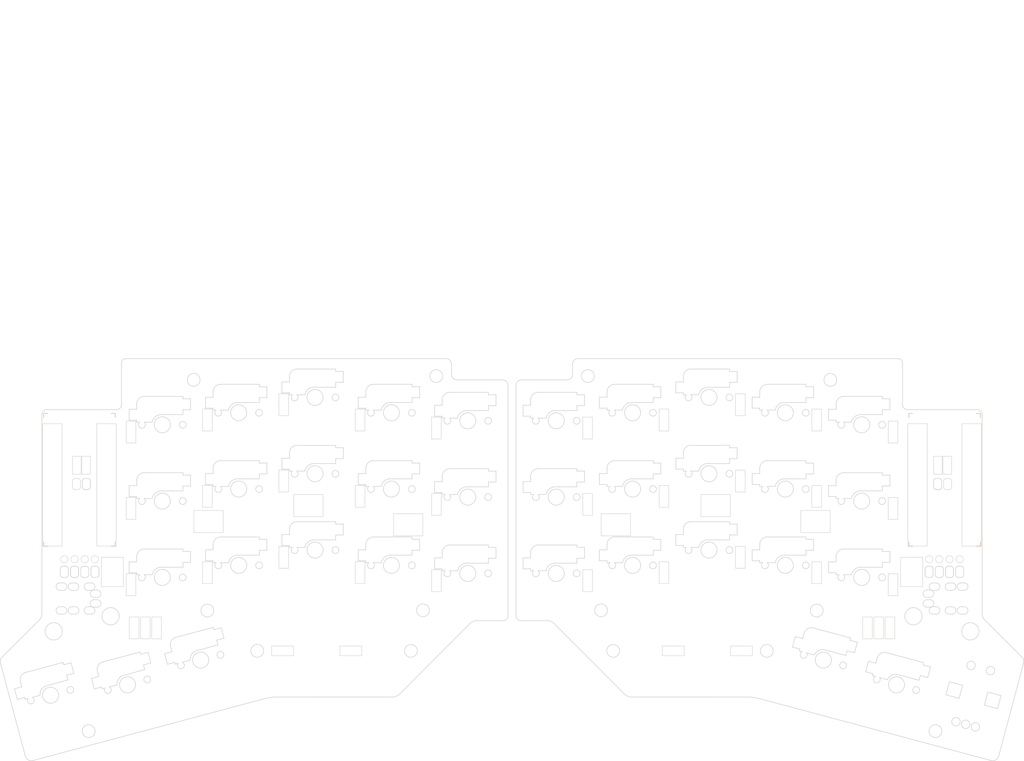
<source format=kicad_pcb>
(kicad_pcb (version 20211014) (generator pcbnew)
  (layers (0 "F.Cu" signal) (31 "B.Cu" signal) (34 "B.Paste" user) (35 "F.Paste" user) (36 "B.SilkS" user "B.Silkscreen") (37 "F.SilkS" user "F.Silkscreen") (38 "B.Mask" user) (39 "F.Mask" user) (44 "Edge.Cuts" user))
  (net 0 "")
  (footprint "jw_custom_footprint:CherryMX_Hotswap_cutout_bottom" (layer "F.Cu") (at 174.709433 100.662896))
  (footprint "jw_custom_footprint:CherryMX_Hotswap_cutout_bottom" (layer "F.Cu") (at 133.694033 102.663096))
  (footprint "jw_custom_footprint:Diode_SOD123_THT_2_cutout" (layer "F.Cu") (at 220.506033 102.555496 90))
  (footprint "jw_custom_footprint:CherryMX_Hotswap_cutout_bottom" (layer "F.Cu") (at 174.709433 81.663296))
  (footprint "jw_custom_footprint:RotaryEncoder_Alps_EC11E-Switch_Vertical_H20mm_cutout_bottom" (layer "F.Cu") (at 259.520293 132.988613 165))
  (footprint "jw_custom_footprint:R_1206_DoubleSided_cutout" (layer "F.Cu") (at 252.998365 75.739168 -90))
  (footprint "jw_custom_footprint:MountingHole_3.2mm_M3_cutout" (layer "F.Cu") (at 223.91026 54.475052))
  (footprint "jw_custom_footprint:Diode_SOD123_THT_2_cutout" (layer "F.Cu") (at 220.506033 83.555096 90))
  (footprint "jw_custom_footprint:Diode_SOD123_THT_2_cutout" (layer "F.Cu") (at 233.143105 116.156536 -90))
  (footprint "jw_custom_footprint:CherryMX_Hotswap_cutout_bottom" (layer "F.Cu") (at 155.709233 64.662296))
  (footprint "jw_custom_footprint:LED_WS2812B_PLCC4_5.0x5.0mm_P3.2mm_double_side_cutout" (layer "F.Cu") (at 244.139867 102.299735 -90))
  (footprint "jw_custom_footprint:CherryMX_Hotswap_cutout_bottom" (layer "F.Cu") (at 155.709233 83.662696))
  (footprint "jw_custom_footprint:Diode_SOD123_THT_2_cutout" (layer "F.Cu") (at 182.506433 102.554896 90))
  (footprint "jw_custom_footprint:Diode_SOD123_THT_2_cutout" (layer "F.Cu") (at 220.506033 64.555136 90))
  (footprint "jw_custom_footprint:MountingHole_3.2mm_M3_cutout" (layer "F.Cu") (at 220.519305 111.913502))
  (footprint "jw_custom_footprint:MountingHole_4.3mm_M4_cutout" (layer "F.Cu") (at 244.585093 113.329015 180))
  (footprint "jw_custom_footprint:CherryMX_Hotswap_cutout_bottom" (layer "F.Cu") (at 95.694433 96.853096))
  (footprint "jw_custom_footprint:SolderJumper-2_P1.3mm_Open_RoundedPad1.0x1.5mm_dual_side_cutout" (layer "F.Cu") (at 40.926522 102.27585 -90))
  (footprint "jw_custom_footprint:SolderJumper-2_P1.3mm_Open_RoundedPad1.0x1.5mm_dual_side_cutout" (layer "F.Cu") (at 38.386522 102.27585 -90))
  (footprint "jw_custom_footprint:Diode_SOD123_THT_2_cutout" (layer "F.Cu") (at 239.505731 86.555496 90))
  (footprint "jw_custom_footprint:Diode_SOD123_THT_2_cutout" (layer "F.Cu") (at 201.505833 60.744936 90))
  (footprint "jw_custom_footprint:Diode_SOD123_THT_2_cutout" (layer "F.Cu") (at 239.505731 105.555496 90))
  (footprint "jw_custom_footprint:MountingHole_3.2mm_M3_cutout" (layer "F.Cu") (at 166.86186 111.850852))
  (footprint "jw_custom_footprint:OLED_4Pin_cutout" (layer "F.Cu") (at 248.476744 99.139923))
  (footprint "jw_custom_footprint:MountingHole_4.3mm_M4_cutout" (layer "F.Cu") (at 258.744867 117.088215))
  (footprint "jw_custom_footprint:CherryMX_Hotswap_cutout_bottom" (layer "F.Cu") (at 240.368693 130.397815 -15))
  (footprint "jw_custom_footprint:R_1206_DoubleSided_cutout" (layer "F.Cu") (at 250.673265 75.739168 -90))
  (footprint "jw_custom_footprint:Diode_SOD123_THT_2_cutout" (layer "F.Cu") (at 239.50586 67.556052 90))
  (footprint "jw_custom_footprint:CherryMX_Hotswap_cutout_bottom" (layer "F.Cu") (at 193.708833 96.853096))
  (footprint "jw_custom_footprint:CherryMX_Hotswap_cutout_bottom" (layer "F.Cu") (at 133.694033 64.662296))
  (footprint "jw_custom_footprint:CherryMX_Hotswap_cutout_bottom" (layer "F.Cu") (at 114.693833 81.663296))
  (footprint "jw_custom_footprint:CherryMX_Hotswap_cutout_bottom" (layer "F.Cu") (at 95.694433 58.852936))
  (footprint "jw_custom_footprint:MountingHole_3.2mm_M3_cutout" (layer "F.Cu") (at 250.046093 141.929415))
  (footprint "jw_custom_footprint:Diode_SOD123_THT_2_cutout" (layer "F.Cu") (at 201.878705 121.945302 180))
  (footprint "jw_custom_footprint:CherryMX_Hotswap_cutout_bottom" (layer "F.Cu") (at 114.693833 100.662896))
  (footprint "jw_custom_footprint:CherryMX_Hotswap_cutout_bottom" (layer "F.Cu") (at 57.694535 84.663496))
  (footprint "jw_custom_footprint:SolderJumper-2_P1.3mm_Open_RoundedPad1.0x1.5mm_dual_side_cutout" (layer "F.Cu") (at 256.096744 102.27585 -90))
  (footprint "jw_custom_footprint:CherryMX_Hotswap_cutout_bottom" (layer "F.Cu") (at 212.709033 62.663136))
  (footprint "jw_custom_footprint:CherryMX_Hotswap_cutout_bottom" (layer "F.Cu") (at 174.709433 62.663696))
  (footprint "jw_custom_footprint:CherryMX_Hotswap_cutout_bottom" (layer "F.Cu") (at 231.708731 65.663696))
  (footprint "jw_custom_footprint:CherryMX_Hotswap_cutout_bottom" (layer "F.Cu") (at 67.234399 124.251421 15))
  (footprint "jw_custom_footprint:ProMicro_jumper_pad_only_cutout_beneath_PCB" (layer "F.Cu") (at 37.071173 79.358515))
  (footprint "jw_custom_footprint:Diode_SOD123_THT_2_cutout" (layer "F.Cu") (at 184.883105 121.945302 180))
  (footprint "jw_custom_footprint:Diode_SOD123_THT_2_cutout" (layer "F.Cu") (at 163.506233 104.555096 90))
  (footprint "jw_custom_footprint:LED_WS2812B_PLCC4_5.0x5.0mm_P3.2mm_double_side_cutout" (layer "F.Cu") (at 170.530667 90.568221))
  (footprint "jw_custom_footprint:SolderJumper-2_P1.3mm_Open_RoundedPad1.0x1.5mm_dual_side_cutout" (layer "F.Cu") (at 33.306522 102.27585 -90))
  (footprint "jw_custom_footprint:CherryMX_Hotswap_cutout_bottom" (layer "F.Cu") (at 76.694233 81.663096))
  (footprint "jw_custom_footprint:Diode_SOD123_THT_2_cutout" (layer "F.Cu") (at 182.506433 83.555296 90))
  (footprint "jw_custom_footprint:Diode_SOD123_THT_2_cutout" (layer "F.Cu") (at 163.506233 85.554696 90))
  (footprint "jw_custom_footprint:Diode_SOD123_THT_2_cutout" (layer "F.Cu") (at 235.937105 116.156536 -90))
  (footprint "jw_custom_footprint:Diode_SOD123_THT_2_cutout" (layer "F.Cu") (at 182.506433 64.555696 90))
  (footprint "jw_custom_footprint:CherryMX_Hotswap_cutout_bottom" (layer "F.Cu") (at 212.709033 100.663496))
  (footprint "jw_custom_footprint:CherryMX_Hotswap_cutout_bottom" (layer "F.Cu") (at 49.034573 130.397815 15))
  (footprint "jw_custom_footprint:CherryMX_Hotswap_cutout_bottom" (layer "F.Cu") (at 76.694233 62.663136))
  (footprint "jw_custom_footprint:Diode_SOD123_THT_2_cutout" (layer "F.Cu") (at 201.505833 98.745096 90))
  (footprint "jw_custom_footprint:Diode_SOD123_THT_2_cutout" (layer "F.Cu") (at 163.506233 66.554296 90))
  (footprint "jw_custom_footprint:LED_WS2812B_PLCC4_5.0x5.0mm_P3.2mm_double_side_cutout" (layer "F.Cu") (at 220.203467 89.758221))
  (footprint "jw_custom_footprint:CherryMX_Hotswap_cutout_bottom" (layer "F.Cu") (at 114.693833 62.663696))
  (footprint "jw_custom_footprint:SolderJumper-2_P1.3mm_Open_RoundedPad1.0x1.5mm_dual_side_cutout" (layer "F.Cu") (at 253.069635 80.407934 90))
  (footprint "jw_custom_footprint:CherryMX_Hotswap_cutout_bottom" (layer "F.Cu") (at 57.694535 103.663496))
  (footprint "jw_custom_footprint:MJ-4PP-9_cutout_beneath_PCB" (layer "F.Cu") (at 260.109805 109.806536 -90))
  (footprint "jw_custom_footprint:Diode_SOD123_THT_2_cutout" (layer "F.Cu") (at 238.731105 116.156536 -90))
  (footprint "jw_custom_footprint:CherryMX_Hotswap_cutout_bottom" (layer "F.Cu") (at 222.168867 124.251421 -15))
  (footprint "jw_custom_footprint:CherryMX_Hotswap_cutout_bottom" (layer "F.Cu") (at 57.694535 65.663696))
  (footprint "jw_custom_footprint:SolderJumper-2_P1.3mm_Open_RoundedPad1.0x1.5mm_dual_side_cutout" (layer "F.Cu") (at 248.476744 102.27585 -90))
  (footprint "jw_custom_footprint:MountingHole_3.2mm_M3_cutout" (layer "F.Cu") (at 208.094549 121.945302))
  (footprint "jw_custom_footprint:CherryMX_Hotswap_cutout_bottom" (layer "F.Cu") (at 231.708731 103.663496))
  (footprint "jw_custom_footprint:CherryMX_Hotswap_cutout_bottom" (layer "F.Cu") (at 212.709033 81.663096))
  (footprint "jw_custom_footprint:Diode_SOD123_THT_2_cutout" (layer "F.Cu") (at 201.505833 79.744896 90))
  (footprint "jw_custom_footprint:SolderJumper-2_P1.3mm_Open_RoundedPad1.0x1.5mm_dual_side_cutout" (layer "F.Cu") (at 38.789918 80.407934 90))
  (footprint "jw_custom_footprint:CherryMX_Hotswap_cutout_bottom" (layer "F.Cu") (at 133.694033 83.662696))
  (footprint "jw_custom_footprint:SolderJumper-2_P1.3mm_Open_RoundedPad1.0x1.5mm_dual_side_cutout" (layer "F.Cu") (at 35.846522 102.27585 -90))
  (footprint "jw_custom_footprint:LED_WS2812B_PLCC4_5.0x5.0mm_P3.2mm_double_side_cutout" (layer "F.Cu") (at 195.367067 85.767621))
  (footprint "jw_custom_footprint:CherryMX_Hotswap_cutout_bottom" (layer "F.Cu") (at 29.882973 132.988613 15))
  (footprint "jw_custom_footprint:CherryMX_Hotswap_cutout_bottom" (layer "F.Cu") (at 95.694433 77.852896))
  (footprint "jw_custom_footprint:SolderJumper-2_P1.3mm_Open_RoundedPad1.0x1.5mm_dual_side_cutout" (layer "F.Cu") (at 253.556744 102.27585 -90))
  (footprint "jw_custom_footprint:SolderJumper-2_P1.3mm_Open_RoundedPad1.0x1.5mm_dual_side_cutout" (layer "F.Cu") (at 250.613348 80.407934 90))
  (footprint "jw_custom_footprint:CherryMX_Hotswap_cutout_bottom" (layer "F.Cu") (at 231.708731 84.663496))
  (footprint "jw_custom_footprint:CherryMX_Hotswap_cutout_bottom" (layer "F.Cu") (at 193.708833 58.852936))
  (footprint "jw_custom_footprint:MountingHole_3.2mm_M3_cutout" (layer "F.Cu") (at 169.858293 121.945302))
  (footprint "jw_custom_footprint:MountingHole_3.2mm_M3_cutout" (layer "F.Cu") (at 163.559093 53.533215))
  (footprint "jw_custom_footprint:CherryMX_Hotswap_cutout_bottom" (layer "F.Cu") (at 193.708833 77.852896))
  (footprint "jw_custom_footprint:CherryMX_Hotswap_cutout_bottom" (layer "F.Cu") (at 76.694233 100.663496))
  (footprint "jw_custom_footprint:SolderJumper-2_P1.3mm_Open_RoundedPad1.0x1.5mm_dual_side_cutout" (layer "F.Cu") (at 251.016744 102.27585 -90))
  (footprint "jw_custom_footprint:CherryMX_Hotswap_cutout_bottom" (layer "F.Cu") (at 155.709233 102.663096))
  (footprint "jw_custom_footprint:MountingHole_3.2mm_M3_cutout" (layer "B.Cu") (at 81.308717 121.945302 180))
  (footprint "jw_custom_footprint:SolderJumper-2_P1.3mm_Open_RoundedPad1.0x1.5mm_dual_side_cutout" (layer "B.Cu") (at 251.016744 102.27585 -90))
  (footprint "jw_custom_footprint:MountingHole_4.3mm_M4_cutout" (layer "B.Cu") (at 44.818173 113.329015))
  (footprint "jw_custom_footprint:LED_WS2812B_PLCC4_5.0x5.0mm_P3.2mm_double_side_cutout" (layer "B.Cu") (at 45.263399 102.299735 -90))
  (footprint "jw_custom_footprint:MountingHole_3.2mm_M3_cutout" (layer "B.Cu") (at 68.883961 111.913502 180))
  (footprint "jw_custom_footprint:SolderJumper-2_P1.3mm_Open_RoundedPad1.0x1.5mm_dual_side_cutout" (layer "B.Cu") (at 40.926522 102.27585 -90))
  (footprint "jw_custom_footprint:Diode_SOD123_THT_2_cutout" (layer "B.Cu") (at 104.520161 121.945302))
  (footprint "jw_custom_footprint:Diode_SOD123_THT_2_cutout" (layer "B.Cu") (at 87.897433 79.744896 90))
  (footprint "jw_custom_footprint:Diode_SOD123_THT_2_cutout" (layer "B.Cu") (at 68.897233 64.555136 90))
  (footprint "jw_custom_footprint:MountingHole_3.2mm_M3_cutout" (layer "B.Cu") (at 39.357173 141.929415 180))
  (footprint "jw_custom_footprint:R_1206_DoubleSided_cutout" (layer "B.Cu") (at 38.730001 75.739168 -90))
  (footprint "jw_custom_footprint:Diode_SOD123_THT_2_cutout" (layer "B.Cu") (at 106.896833 102.554896 90))
  (footprint "jw_custom_footprint:MountingHole_4.3mm_M4_cutout" (layer "B.Cu") (at 30.658399 117.088215 180))
  (footprint "jw_custom_footprint:Diode_SOD123_THT_2_cutout" (layer "B.Cu") (at 106.896833 83.555296 90))
  (footprint "jw_custom_footprint:Diode_SOD123_THT_2_cutout" (layer "B.Cu") (at 125.897033 85.554696 90))
  (footprint "jw_custom_footprint:R_1206_DoubleSided_cutout" (layer "B.Cu") (at 36.404901 75.739168 -90))
  (footprint "jw_custom_footprint:MountingHole_3.2mm_M3_cutout" (layer "B.Cu") (at 119.544973 121.945302 180))
  (footprint "jw_custom_footprint:SolderJumper-2_P1.3mm_Open_RoundedPad1.0x1.5mm_dual_side_cutout" (layer "B.Cu") (at 250.613348 80.407934 90))
  (footprint "jw_custom_footprint:Diode_SOD123_THT_2_cutout" (layer "B.Cu") (at 49.897535 86.555496 90))
  (footprint "jw_custom_footprint:OLED_4Pin_cutout" (layer "B.Cu") (at 40.926522 99.139923 180))
  (footprint "jw_custom_footprint:Diode_SOD123_THT_2_cutout" (layer "B.Cu") (at 68.897233 83.555096 90))
  (footprint "jw_custom_footprint:SolderJumper-2_P1.3mm_Open_RoundedPad1.0x1.5mm_dual_side_cutout" (layer "B.Cu") (at 38.386522 102.27585 -90))
  (footprint "jw_custom_footprint:SolderJumper-2_P1.3mm_Open_RoundedPad1.0x1.5mm_dual_side_cutout" (layer "B.Cu") (at 248.476744 102.27585 -90))
  (footprint "jw_custom_footprint:Diode_SOD123_THT_2_cutout" (layer "B.Cu") (at 106.896833 64.555696 90))
  (footprint "jw_custom_footprint:LED_WS2812B_PLCC4_5.0x5.0mm_P3.2mm_double_side_cutout" (layer "B.Cu") (at 94.036199 85.767621 180))
  (footprint "jw_custom_footprint:Diode_SOD123_THT_2_cutout" (layer "B.Cu") (at 87.897433 60.744936 90))
  (footprint "jw_custom_footprint:Diode_SOD123_THT_2_cutout" (layer "B.Cu") (at 125.897033 66.554296 90))
  (footprint "jw_custom_footprint:ProMicro_jumper_pad_only_cutout_beneath_PCB" (layer "B.Cu") (at 252.332093 79.358515 180))
  (footprint "jw_custom_footprint:LED_WS2812B_PLCC4_5.0x5.0mm_P3.2mm_double_side_cutout" (layer "B.Cu") (at 69.199799 89.758221 180))
  (footprint "jw_custom_footprint:Diode_SOD123_THT_2_cutout" (layer "B.Cu") (at 49.897535 105.555496 90))
  (footprint "jw_custom_footprint:MountingHole_3.2mm_M3_cutout" (layer "B.Cu") (at 65.493006 54.475052 180))
  (footprint "jw_custom_footprint:MountingHole_3.2mm_M3_cutout" (layer "B.Cu") (at 125.844173 53.533215 180))
  (footprint "jw_custom_footprint:MountingHole_3.2mm_M3_cutout" (layer "B.Cu") (at 122.541406 111.850852 180))
  (footprint "jw_custom_footprint:Diode_SOD123_THT_2_cutout" (layer "B.Cu") (at 87.897433 98.745096 90))
  (footprint "jw_custom_footprint:Diode_SOD123_THT_2_cutout" (layer "B.Cu") (at 56.260161 116.156536 -90))
  (footprint "jw_custom_footprint:MJ-4PP-9_cutout_beneath_PCB" (layer "B.Cu") (at 29.293461 109.806536 -90))
  (footprint "jw_custom_footprint:Diode_SOD123_THT_2_cutout" (layer "B.Cu") (at 68.897233 102.555496 90))
  (footprint "jw_custom_footprint:SolderJumper-2_P1.3mm_Open_RoundedPad1.0x1.5mm_dual_side_cutout" (layer "B.Cu") (at 33.306522 102.27585 -90))
  (footprint "jw_custom_footprint:LED_WS2812B_PLCC4_5.0x5.0mm_P3.2mm_double_side_cutout" (layer "B.Cu") (at 118.872599 90.568221 180))
  (footprint "jw_custom_footprint:SolderJumper-2_P1.3mm_Open_RoundedPad1.0x1.5mm_dual_side_cutout" (layer "B.Cu") (at 38.789918 80.407934 90))
  (footprint "jw_custom_footprint:SolderJumper-2_P1.3mm_Open_RoundedPad1.0x1.5mm_dual_side_cutout" (layer "B.Cu") (at 35.846522 102.27585 -90))
  (footprint "jw_custom_footprint:SolderJumper-2_P1.3mm_Open_RoundedPad1.0x1.5mm_dual_side_cutout" (layer "B.Cu") (at 253.556744 102.27585 -90))
  (footprint "jw_custom_footprint:Diode_SOD123_THT_2_cutout" (layer "B.Cu") (at 125.897033 104.555096 90))
  (footprint "jw_custom_footprint:Diode_SOD123_THT_2_cutout" (layer "B.Cu") (at 49.897406 67.556052 90))
  (footprint "jw_custom_footprint:Diode_SOD123_THT_2_cutout" (layer "B.Cu") (at 53.466161 116.156536 -90))
  (footprint "jw_custom_footprint:Diode_SOD123_THT_2_cutout" (layer "B.Cu") (at 50.672161 116.156536 -90))
  (footprint "jw_custom_footprint:Diode_SOD123_THT_2_cutout" (layer "B.Cu") (at 87.524561 121.945302))
  (footprint "jw_custom_footprint:SolderJumper-2_P1.3mm_Open_RoundedPad1.0x1.5mm_dual_side_cutout" (layer "B.Cu") (at 256.096744 102.27585 -90))
  (footprint "jw_custom_footprint:SolderJumper-2_P1.3mm_Open_RoundedPad1.0x1.5mm_dual_side_cutout" (layer "B.Cu") (at 36.333631 80.407934 90))
  (gr_arc (start 145.701633 55.792731) (mid 146.103342 54.871114) (end 147.037105 54.498536) (layer "Edge.Cuts") (width 0.15))
  (gr_arc (start 146.832467 114.442421) (mid 146.044461 114.07064) (end 145.701633 113.269621) (layer "Edge.Cuts") (width 0.15))
  (gr_line (start 172.57686 132.622621) (end 155.17786 115.155621) (layer "Edge.Cuts") (width 0.15))
  (gr_arc (start 159.769591 50.549496) (mid 160.125879 49.588981) (end 161.069893 49.191002) (layer "Edge.Cuts") (width 0.15))
  (gr_line (start 47.530621 60.677731) (end 47.530621 50.295902) (layer "Edge.Cuts") (width 0.15))
  (gr_arc (start 27.724783 63.062821) (mid 28.053421 62.222067) (end 28.893183 61.89087) (layer "Edge.Cuts") (width 0.15))
  (gr_line (start 142.570799 114.442421) (end 135.944806 114.442421) (layer "Edge.Cuts") (width 0.15))
  (gr_line (start 17.894173 123.438215) (end 27.169452 114.167215) (layer "Edge.Cuts") (width 0.15))
  (gr_arc (start 174.60886 133.437802) (mid 173.506091 133.246498) (end 172.57686 132.622621) (layer "Edge.Cuts") (width 0.15))
  (gr_line (start 114.794406 133.437802) (end 86.219406 133.445802) (layer "Edge.Cuts") (width 0.15))
  (gr_line (start 17.436973 125.089215) (end 23.611097 148.142918) (layer "Edge.Cuts") (width 0.15))
  (gr_line (start 46.317482 61.89087) (end 28.893183 61.89087) (layer "Edge.Cuts") (width 0.15))
  (gr_line (start 263.865613 149.244615) (end 206.371433 133.872421) (layer "Edge.Cuts") (width 0.15))
  (gr_line (start 240.745378 49.191206) (end 161.069893 49.191002) (layer "Edge.Cuts") (width 0.15))
  (gr_arc (start 83.031833 133.872421) (mid 84.609768 133.540668) (end 86.219406 133.445802) (layer "Edge.Cuts") (width 0.15))
  (gr_arc (start 243.085784 61.89087) (mid 242.227939 61.535573) (end 241.872645 60.677731) (layer "Edge.Cuts") (width 0.15))
  (gr_arc (start 203.18386 133.445802) (mid 204.793497 133.54068) (end 206.371433 133.872421) (layer "Edge.Cuts") (width 0.15))
  (gr_line (start 83.031833 133.872421) (end 25.537653 149.244615) (layer "Edge.Cuts") (width 0.15))
  (gr_arc (start 143.701633 113.269621) (mid 143.35879 114.070626) (end 142.570799 114.442421) (layer "Edge.Cuts") (width 0.15))
  (gr_arc (start 134.225406 115.155621) (mid 135.008874 114.615236) (end 135.944806 114.442421) (layer "Edge.Cuts") (width 0.15))
  (gr_arc (start 17.436973 125.089215) (mid 17.437379 124.200521) (end 17.894173 123.438215) (layer "Edge.Cuts") (width 0.15))
  (gr_line (start 262.233814 114.167215) (end 271.509093 123.438215) (layer "Edge.Cuts") (width 0.15))
  (gr_arc (start 262.233814 114.167215) (mid 261.815971 113.538171) (end 261.678483 112.795615) (layer "Edge.Cuts") (width 0.15))
  (gr_arc (start 47.530621 50.295902) (mid 47.85596 49.50039) (end 48.657888 49.191206) (layer "Edge.Cuts") (width 0.15))
  (gr_line (start 129.633675 53.100331) (end 129.633675 50.549496) (layer "Edge.Cuts") (width 0.15))
  (gr_line (start 147.037105 54.498536) (end 158.375788 54.498536) (layer "Edge.Cuts") (width 0.15))
  (gr_line (start 241.872645 50.295902) (end 241.872645 60.677731) (layer "Edge.Cuts") (width 0.15))
  (gr_arc (start 260.510083 61.89087) (mid 261.349864 62.222047) (end 261.678483 63.062821) (layer "Edge.Cuts") (width 0.15))
  (gr_arc (start 25.537653 149.244615) (mid 24.34497 149.094912) (end 23.611097 148.142918) (layer "Edge.Cuts") (width 0.15))
  (gr_line (start 27.724783 63.062821) (end 27.724783 112.795615) (layer "Edge.Cuts") (width 0.15))
  (gr_line (start 143.701633 113.269621) (end 143.701633 55.792731) (layer "Edge.Cuts") (width 0.15))
  (gr_arc (start 153.45846 114.442421) (mid 154.394389 114.615244) (end 155.17786 115.155621) (layer "Edge.Cuts") (width 0.15))
  (gr_line (start 203.18386 133.445802) (end 174.60886 133.437802) (layer "Edge.Cuts") (width 0.15))
  (gr_arc (start 27.724783 112.795615) (mid 27.587303 113.538174) (end 27.169452 114.167215) (layer "Edge.Cuts") (width 0.15))
  (gr_line (start 153.45846 114.442421) (end 146.832467 114.442421) (layer "Edge.Cuts") (width 0.15))
  (gr_arc (start 142.366161 54.498536) (mid 143.299905 54.871133) (end 143.701633 55.792731) (layer "Edge.Cuts") (width 0.15))
  (gr_line (start 265.792169 148.142918) (end 271.966293 125.089215) (layer "Edge.Cuts") (width 0.15))
  (gr_arc (start 131.027478 54.498536) (mid 130.042233 54.086881) (end 129.633675 53.100331) (layer "Edge.Cuts") (width 0.15))
  (gr_arc (start 265.792169 148.142918) (mid 265.058273 149.094872) (end 263.865613 149.244615) (layer "Edge.Cuts") (width 0.15))
  (gr_line (start 134.225406 115.155621) (end 116.826406 132.622621) (layer "Edge.Cuts") (width 0.15))
  (gr_line (start 128.333373 49.191002) (end 48.657888 49.191206) (layer "Edge.Cuts") (width 0.15))
  (gr_arc (start 159.769591 53.100331) (mid 159.36106 54.086908) (end 158.375788 54.498536) (layer "Edge.Cuts") (width 0.15))
  (gr_line (start 131.027478 54.498536) (end 142.366161 54.498536) (layer "Edge.Cuts") (width 0.15))
  (gr_arc (start 240.745378 49.191206) (mid 241.547303 49.500392) (end 241.872645 50.295902) (layer "Edge.Cuts") (width 0.15))
  (gr_arc (start 128.333373 49.191002) (mid 129.277403 49.588965) (end 129.633675 50.549496) (layer "Edge.Cuts") (width 0.15))
  (gr_line (start 145.701633 55.792731) (end 145.701633 113.269621) (layer "Edge.Cuts") (width 0.15))
  (gr_arc (start 271.509093 123.438215) (mid 271.965874 124.200525) (end 271.966293 125.089215) (layer "Edge.Cuts") (width 0.15))
  (gr_arc (start 47.530621 60.677731) (mid 47.175321 61.535568) (end 46.317482 61.89087) (layer "Edge.Cuts") (width 0.15))
  (gr_line (start 260.510083 61.89087) (end 243.085784 61.89087) (layer "Edge.Cuts") (width 0.15))
  (gr_line (start 159.769591 50.549496) (end 159.769591 53.100331) (layer "Edge.Cuts") (width 0.15))
  (gr_arc (start 116.826406 132.622621) (mid 115.897172 133.246492) (end 114.794406 133.437802) (layer "Edge.Cuts") (width 0.15))
  (gr_line (start 261.678483 112.795615) (end 261.678483 63.062821) (layer "Edge.Cuts") (width 0.15))
)
</source>
